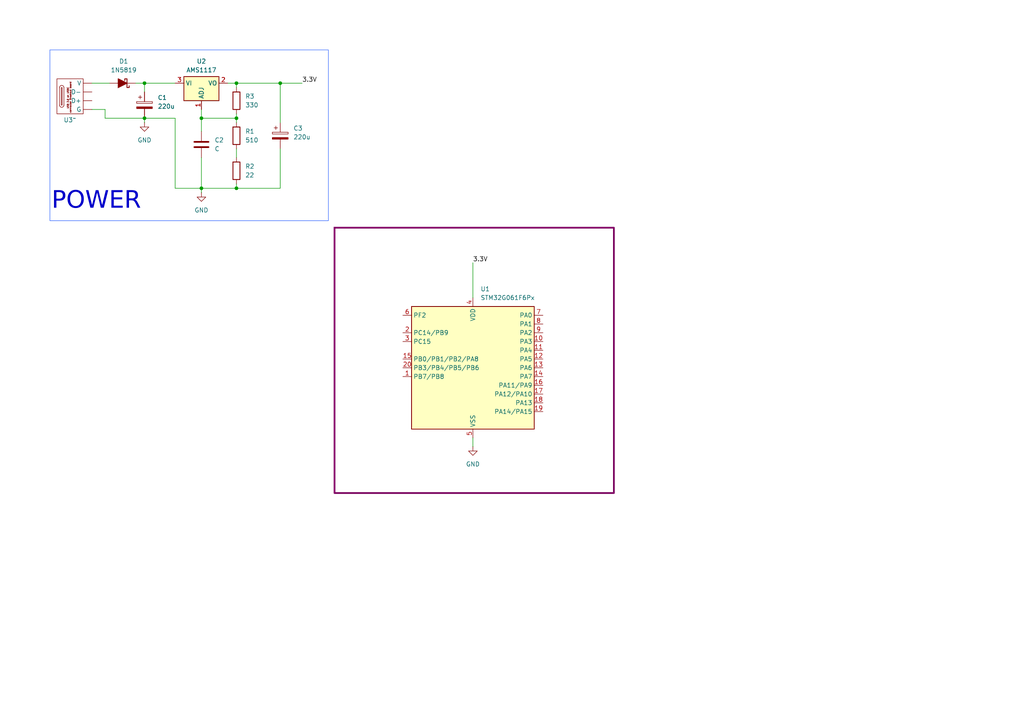
<source format=kicad_sch>
(kicad_sch (version 20231120) (generator "eeschema") (generator_version "8.0")
  (paper "A4")
  (lib_symbols
    (symbol "Device:C" (pin_numbers hide) (pin_names (offset 0.254))
      (property "Reference" "C" (at 0.635 2.54 0))
      (property "Value" "C" (at 0.635 -2.54 0))
      (symbol "C_0_1"
        (polyline (pts (xy -2.032 -0.762) (xy 2.032 -0.762)) (stroke (width 0.508)))
        (polyline (pts (xy -2.032 0.762) (xy 2.032 0.762)) (stroke (width 0.508)))
      )
      (symbol "C_1_1"
        (pin passive line (at 0 3.81 270) (length 2.794) (name "~") (number "1"))
        (pin passive line (at 0 -3.81 90) (length 2.794) (name "~") (number "2"))
      )
    )
    (symbol "Device:C_Polarized" (pin_numbers hide) (pin_names (offset 0.254))
      (property "Reference" "C" (at 0.635 2.54 0))
      (property "Value" "C_Polarized" (at 0.635 -2.54 0))
      (symbol "C_Polarized_0_1"
        (rectangle (start -2.286 0.508) (end 2.286 1.016))
        (polyline (pts (xy -1.778 2.286) (xy -0.762 2.286)))
        (polyline (pts (xy -1.27 2.794) (xy -1.27 1.778)))
        (rectangle (start 2.286 -0.508) (end -2.286 -1.016) (fill (type outline)))
      )
      (symbol "C_Polarized_1_1"
        (pin passive line (at 0 3.81 270) (length 2.794) (name "~") (number "1"))
        (pin passive line (at 0 -3.81 90) (length 2.794) (name "~") (number "2"))
      )
    )
    (symbol "Device:R" (pin_numbers hide) (pin_names (offset 0))
      (property "Reference" "R" (at 2.032 0 90))
      (property "Value" "R" (at 0 0 90))
      (symbol "R_0_1"
        (rectangle (start -1.016 -2.54) (end 1.016 2.54) (stroke (width 0.254)))
      )
      (symbol "R_1_1"
        (pin passive line (at 0 3.81 270) (length 1.27) (name "~") (number "1"))
        (pin passive line (at 0 -3.81 90) (length 1.27) (name "~") (number "2"))
      )
    )
    (symbol "Libraries:USBC(USB2)_breakout_board"
      (property "Reference" "U" (at 5.08 11.176 0))
      (symbol "USBC(USB2)_breakout_board_0_1"
        (rectangle (start 0 10.16) (end 10.16 2.54))
      )
      (symbol "USBC(USB2)_breakout_board_1_1"
        (polyline (pts (xy 2.54 8.128) (xy 7.62 8.128)))
        (polyline (pts (xy 7.62 9.398) (xy 2.54 9.398)))
        (polyline (pts (xy 2.54 8.89) (xy 7.62 8.89) (xy 7.62 8.636) (xy 2.54 8.636) (xy 2.54 8.89)))
        (arc (start 2.54 9.398) (mid 1.905 8.763) (end 2.54 8.128))
        (arc (start 7.62 8.128) (mid 8.255 8.763) (end 7.62 9.398))
        (text "USB 2.0 on USBC \nconnector Breakout board" (at 5.334 6.604 0) (effects (font (size 0.4572 0.4572))))
        (pin bidirectional line (at 6.35 0 90) (length 2.54) (name "D+") (number ""))
        (pin bidirectional line (at 3.81 0 90) (length 2.54) (name "D-") (number ""))
        (pin power_out line (at 8.89 0 90) (length 2.54) (name "G") (number ""))
        (pin power_out line (at 1.27 0 90) (length 2.54) (name "V") (number ""))
      )
    )
    (symbol "MCU_ST_STM32G0:STM32G061F6Px"
      (property "Reference" "U" (at -17.78 19.05 0))
      (property "Value" "STM32G061F6Px" (at 2.54 19.05 0))
      (symbol "STM32G061F6Px_0_1"
        (rectangle (start -17.78 -17.78) (end 17.78 17.78) (stroke (width 0.254)) (fill (type background)))
      )
      (symbol "STM32G061F6Px_1_1"
        (pin bidirectional line (at -20.32 -2.54 0) (length 2.54) (name "PB7/PB8") (number "1"))
        (pin bidirectional line (at 20.32 7.62 180) (length 2.54) (name "PA3") (number "10"))
        (pin bidirectional line (at 20.32 5.08 180) (length 2.54) (name "PA4") (number "11"))
        (pin bidirectional line (at 20.32 2.54 180) (length 2.54) (name "PA5") (number "12"))
        (pin bidirectional line (at 20.32 0 180) (length 2.54) (name "PA6") (number "13"))
        (pin bidirectional line (at 20.32 -2.54 180) (length 2.54) (name "PA7") (number "14"))
        (pin bidirectional line (at -20.32 2.54 0) (length 2.54) (name "PB0/PB1/PB2/PA8") (number "15"))
        (pin bidirectional line (at 20.32 -5.08 180) (length 2.54) (name "PA11/PA9") (number "16"))
        (pin bidirectional line (at 20.32 -7.62 180) (length 2.54) (name "PA12/PA10") (number "17"))
        (pin bidirectional line (at 20.32 -10.16 180) (length 2.54) (name "PA13") (number "18"))
        (pin bidirectional line (at 20.32 -12.7 180) (length 2.54) (name "PA14/PA15") (number "19"))
        (pin bidirectional line (at -20.32 10.16 0) (length 2.54) (name "PC14/PB9") (number "2"))
        (pin bidirectional line (at -20.32 0 0) (length 2.54) (name "PB3/PB4/PB5/PB6") (number "20"))
        (pin bidirectional line (at -20.32 7.62 0) (length 2.54) (name "PC15") (number "3"))
        (pin power_in line (at 0 20.32 270) (length 2.54) (name "VDD") (number "4"))
        (pin power_in line (at 0 -20.32 90) (length 2.54) (name "VSS") (number "5"))
        (pin bidirectional line (at -20.32 15.24 0) (length 2.54) (name "PF2") (number "6"))
        (pin bidirectional line (at 20.32 15.24 180) (length 2.54) (name "PA0") (number "7"))
        (pin bidirectional line (at 20.32 12.7 180) (length 2.54) (name "PA1") (number "8"))
        (pin bidirectional line (at 20.32 10.16 180) (length 2.54) (name "PA2") (number "9"))
      )
    )
    (symbol "PCM_Diode_Schottky_AKL:1N5819" (pin_numbers hide) (pin_names (offset 1.016) hide)
      (property "Reference" "D" (at 0 5.08 0))
      (property "Value" "1N5819" (at 0 2.54 0))
      (symbol "1N5819_0_1"
        (polyline (pts (xy -1.27 0) (xy 1.27 0)))
        (polyline (pts (xy -1.27 -1.27) (xy -1.27 1.27) (xy 1.27 0) (xy -1.27 -1.27)) (stroke (width 0.254)) (fill (type outline)))
        (polyline (pts (xy 1.905 -0.762) (xy 1.905 -1.27) (xy 1.27 -1.27) (xy 1.27 1.27) (xy 0.635 1.27) (xy 0.635 0.762)) (stroke (width 0.254)))
      )
      (symbol "1N5819_0_2"
        (polyline (pts (xy -2.54 -2.54) (xy 2.54 2.54)))
        (polyline (pts (xy 0 1.778) (xy 1.778 0)) (stroke (width 0.254)))
        (polyline (pts (xy 0 1.778) (xy -0.381 1.397) (xy 0 1.016)) (stroke (width 0.254)))
        (polyline (pts (xy 1.778 0) (xy 2.159 0.381) (xy 1.778 0.762)) (stroke (width 0.254)))
        (polyline (pts (xy -0.889 -0.889) (xy -1.778 0) (xy 0.889 0.889) (xy 0 -1.778) (xy -0.889 -0.889)) (stroke (width 0.254)) (fill (type outline)))
      )
      (symbol "1N5819_1_1"
        (pin passive line (at 3.81 0 180) (length 2.54) (name "K") (number "1"))
        (pin passive line (at -3.81 0 0) (length 2.54) (name "A") (number "2"))
      )
      (symbol "1N5819_1_2"
        (pin passive line (at 2.54 2.54 180) (length 0) (name "K") (number "1"))
        (pin passive line (at -2.54 -2.54 0) (length 0) (name "A") (number "2"))
      )
    )
    (symbol "Regulator_Linear:AMS1117"
      (property "Reference" "U" (at -3.81 3.175 0))
      (property "Value" "AMS1117" (at 0 3.175 0))
      (symbol "AMS1117_0_1"
        (rectangle (start -5.08 -5.08) (end 5.08 1.905) (stroke (width 0.254)) (fill (type background)))
      )
      (symbol "AMS1117_1_1"
        (pin input line (at 0 -7.62 90) (length 2.54) (name "ADJ") (number "1"))
        (pin power_out line (at 7.62 0 180) (length 2.54) (name "VO") (number "2"))
        (pin power_in line (at -7.62 0 0) (length 2.54) (name "VI") (number "3"))
      )
    )
    (symbol "power:GND" (power) (pin_numbers hide) (pin_names (offset 0) hide)
      (property "Value" "GND" (at 0 -3.81 0))
      (symbol "GND_0_1"
        (polyline (pts (xy 0 0) (xy 0 -1.27) (xy 1.27 -1.27) (xy 0 -2.54) (xy -1.27 -1.27) (xy 0 -1.27)))
      )
      (symbol "GND_1_1"
        (pin power_in line (at 0 0 270) (length 0) (name "~") (number "1"))
      )
    )
  )
  (junction (at 81.28 24.13))
  (junction (at 68.58 24.13))
  (junction (at 41.91 34.29))
  (junction (at 41.91 24.13))
  (junction (at 68.58 34.29))
  (junction (at 58.42 54.61))
  (junction (at 58.42 34.29))
  (junction (at 68.58 54.61))
  (wire (pts (xy 68.58 54.61) (xy 81.28 54.61)))
  (wire (pts (xy 81.28 35.56) (xy 81.28 24.13)))
  (wire (pts (xy 58.42 31.75) (xy 58.42 34.29)))
  (wire (pts (xy 58.42 54.61) (xy 50.8 54.61)))
  (wire (pts (xy 68.58 24.13) (xy 66.04 24.13)))
  (wire (pts (xy 68.58 53.34) (xy 68.58 54.61)))
  (wire (pts (xy 58.42 45.72) (xy 58.42 54.61)))
  (wire (pts (xy 41.91 34.29) (xy 50.8 34.29)))
  (wire (pts (xy 58.42 34.29) (xy 68.58 34.29)))
  (wire (pts (xy 137.16 76.2) (xy 137.16 86.36)))
  (wire (pts (xy 81.28 43.18) (xy 81.28 54.61)))
  (wire (pts (xy 58.42 54.61) (xy 58.42 55.88)))
  (wire (pts (xy 41.91 24.13) (xy 50.8 24.13)))
  (wire (pts (xy 26.67 31.75) (xy 30.48 31.75)))
  (wire (pts (xy 68.58 33.02) (xy 68.58 34.29)))
  (wire (pts (xy 30.48 34.29) (xy 41.91 34.29)))
  (wire (pts (xy 30.48 31.75) (xy 30.48 34.29)))
  (wire (pts (xy 137.16 127) (xy 137.16 129.54)))
  (wire (pts (xy 41.91 24.13) (xy 41.91 26.67)))
  (wire (pts (xy 41.91 34.29) (xy 41.91 35.56)))
  (wire (pts (xy 50.8 54.61) (xy 50.8 34.29)))
  (wire (pts (xy 68.58 25.4) (xy 68.58 24.13)))
  (wire (pts (xy 68.58 34.29) (xy 68.58 35.56)))
  (wire (pts (xy 81.28 24.13) (xy 87.63 24.13)))
  (wire (pts (xy 58.42 54.61) (xy 68.58 54.61)))
  (wire (pts (xy 68.58 43.18) (xy 68.58 45.72)))
  (wire (pts (xy 39.37 24.13) (xy 41.91 24.13)))
  (wire (pts (xy 26.67 24.13) (xy 31.75 24.13)))
  (wire (pts (xy 58.42 34.29) (xy 58.42 38.1)))
  (wire (pts (xy 81.28 24.13) (xy 68.58 24.13)))
  (rectangle (start 14.478 14.478) (end 95.25 64.008) (stroke (width 0) (color 51 103 255 1)))
  (rectangle (start 97.028 66.04) (end 178.054 143.002) (stroke (width 0.5) (color 121 0 93 1)))
  (text "POWER\n" (at 27.94 59.69 0) (effects (font (size 5 5))))
  (label "3.3V" (at 87.63 24.13 0))
  (label "3.3V" (at 137.16 76.2 0))
  (symbol (lib_id "Regulator_Linear:AMS1117") (at 58.42 24.13 0) (unit 1)
    (property "Reference" "U2" (at 58.42 17.78 0))
    (property "Value" "AMS1117" (at 58.42 20.32 0))
    (property "Footprint" "Package_TO_SOT_SMD:SOT-223-3_TabPin2" (effects (hide yes)))
    (property "Datasheet" "http://www.advanced-monolithic.com/pdf/ds1117.pdf" (effects (hide yes)))
    (property "Description" "1A Low Dropout regulator, positive, adjustable output, SOT-223" (effects (hide yes)))
  )
  (symbol (lib_id "Device:C_Polarized") (at 81.28 39.37 0) (unit 1)
    (property "Reference" "C3" (at 85.09 37.2109 0) (effects (justify left)))
    (property "Value" "220u" (at 85.09 39.7509 0) (effects (justify left)))
    (property "Description" "Polarized capacitor" (effects (hide yes)))
  )
  (symbol (lib_id "Libraries:USBC(USB2)_breakout_board") (at 26.67 22.86 90) (mirror x) (unit 1)
    (property "Reference" "U3" (at 19.812 34.798 90))
    (property "Value" "~" (at 21.59 34.29 90))
  )
  (symbol (lib_id "Device:R") (at 68.58 29.21 0) (unit 1)
    (property "Reference" "R3" (at 71.12 27.9399 0) (effects (justify left)))
    (property "Value" "330" (at 71.12 30.4799 0) (effects (justify left)))
    (property "Description" "Resistor" (effects (hide yes)))
  )
  (symbol (lib_id "power:GND") (at 58.42 55.88 0) (unit 1)
    (property "Reference" "#PWR02" (effects (hide yes)))
    (property "Value" "GND" (at 58.42 60.96 0))
    (property "Description" "Power symbol creates a global label with name \"GND\" , ground" (effects (hide yes)))
  )
  (symbol (lib_id "power:GND") (at 41.91 35.56 0) (unit 1)
    (property "Reference" "#PWR01" (effects (hide yes)))
    (property "Value" "GND" (at 41.91 40.64 0))
    (property "Description" "Power symbol creates a global label with name \"GND\" , ground" (effects (hide yes)))
  )
  (symbol (lib_id "Device:R") (at 68.58 49.53 0) (unit 1)
    (property "Reference" "R2" (at 71.12 48.2599 0) (effects (justify left)))
    (property "Value" "22" (at 71.12 50.7999 0) (effects (justify left)))
    (property "Description" "Resistor" (effects (hide yes)))
  )
  (symbol (lib_id "Device:C_Polarized") (at 41.91 30.48 0) (unit 1)
    (property "Reference" "C1" (at 45.72 28.3209 0) (effects (justify left)))
    (property "Value" "220u" (at 45.72 30.8609 0) (effects (justify left)))
    (property "Description" "Polarized capacitor" (effects (hide yes)))
  )
  (symbol (lib_id "Device:R") (at 68.58 39.37 0) (unit 1)
    (property "Reference" "R1" (at 71.12 38.0999 0) (effects (justify left)))
    (property "Value" "510" (at 71.12 40.6399 0) (effects (justify left)))
    (property "Description" "Resistor" (effects (hide yes)))
  )
  (symbol (lib_id "Device:C") (at 58.42 41.91 0) (unit 1)
    (property "Reference" "C2" (at 62.23 40.6399 0) (effects (justify left)))
    (property "Value" "C" (at 62.23 43.1799 0) (effects (justify left)))
    (property "Description" "Unpolarized capacitor" (effects (hide yes)))
  )
  (symbol (lib_id "MCU_ST_STM32G0:STM32G061F6Px") (at 137.16 106.68 0) (unit 1)
    (property "Reference" "U1" (at 139.3541 83.82 0) (effects (justify left)))
    (property "Value" "STM32G061F6Px" (at 139.3541 86.36 0) (effects (justify left)))
    (property "Footprint" "Package_SO:TSSOP-20_4.4x6.5mm_P0.65mm" (effects (hide yes)))
    (property "Datasheet" "https://www.st.com/resource/en/datasheet/stm32g061f6.pdf" (effects (hide yes)))
    (property "Description" "STMicroelectronics Arm Cortex-M0+ MCU, 32KB flash, 18KB RAM, 64 MHz, 1.7-3.6V, 18 GPIO, TSSOP20" (effects (hide yes)))
  )
  (symbol (lib_id "PCM_Diode_Schottky_AKL:1N5819") (at 35.56 24.13 0) (unit 1)
    (property "Reference" "D1" (at 35.8775 17.78 0))
    (property "Value" "1N5819" (at 35.8775 20.32 0))
    (property "Footprint" "PCM_Diode_THT_AKL:D_DO-41_SOD81_P7.62mm_Horizontal" (effects (hide yes)))
    (property "Datasheet" "https://www.tme.eu/Document/1dcb17797cd83f32e896ece3030f14cc/1n5817-19.pdf" (effects (hide yes)))
    (property "Description" "DO-41 Schottky diode, 40V, 1A, Alternate KiCAD Library" (effects (hide yes)))
  )
  (symbol (lib_id "power:GND") (at 137.16 129.54 0) (mirror y) (unit 1)
    (property "Reference" "#PWR03" (effects (hide yes)))
    (property "Value" "GND" (at 137.16 134.62 0))
    (property "Description" "Power symbol creates a global label with name \"GND\" , ground" (effects (hide yes)))
  )
)
</source>
